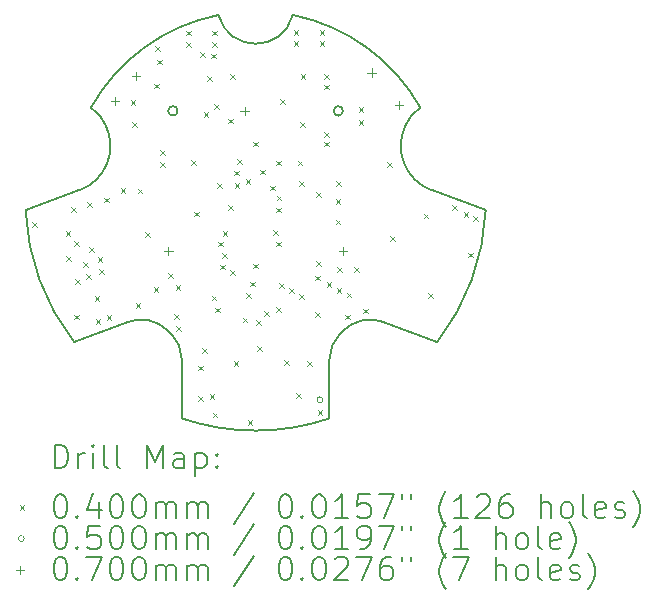
<source format=gbr>
%FSLAX45Y45*%
G04 Gerber Fmt 4.5, Leading zero omitted, Abs format (unit mm)*
G04 Created by KiCad (PCBNEW (6.0.5)) date 2022-06-17 18:07:54*
%MOMM*%
%LPD*%
G01*
G04 APERTURE LIST*
%TA.AperFunction,Profile*%
%ADD10C,0.200000*%
%TD*%
%ADD11C,0.200000*%
%ADD12C,0.040000*%
%ADD13C,0.050000*%
%ADD14C,0.070000*%
G04 APERTURE END LIST*
D10*
X14498380Y-11265866D02*
X14525548Y-11293034D01*
X14923736Y-8592046D02*
G75*
G03*
X13843687Y-9376749I314684J-1568754D01*
G01*
X14613416Y-12007924D02*
G75*
G03*
X15863416Y-12007924I625000J1847125D01*
G01*
X14578416Y-9404247D02*
G75*
G03*
X14578416Y-9404247I-40000J0D01*
G01*
X15978416Y-9404247D02*
G75*
G03*
X15978416Y-9404247I-40000J0D01*
G01*
X14923736Y-8592048D02*
G75*
G03*
X15553096Y-8592048I314680J81250D01*
G01*
X16320331Y-11190609D02*
X16777271Y-11358472D01*
X16506323Y-9529167D02*
G75*
G03*
X16729694Y-10076280I361307J-171643D01*
G01*
X16633148Y-9376747D02*
G75*
G03*
X15553096Y-8592048I-1394728J-784053D01*
G01*
X16633144Y-9376749D02*
G75*
G03*
X16506326Y-9529169I174516J-274171D01*
G01*
X13970505Y-9529169D02*
G75*
G03*
X13843687Y-9376749I-301335J-121751D01*
G01*
X17186634Y-10244143D02*
X16729694Y-10076280D01*
X15951285Y-11293035D02*
G75*
G03*
X15863416Y-11505166I212135J-212135D01*
G01*
X16320330Y-11190612D02*
G75*
G03*
X15978452Y-11265866I-112070J-305068D01*
G01*
X14613420Y-11505166D02*
G75*
G03*
X14525548Y-11293034I-300000J-4D01*
G01*
X15863416Y-12007924D02*
X15863416Y-11505166D01*
X14498380Y-11265865D02*
G75*
G03*
X14156500Y-11190609I-229811J-229815D01*
G01*
X13747138Y-10076280D02*
G75*
G03*
X13970506Y-9529169I-137932J375466D01*
G01*
X14613416Y-11505166D02*
X14613416Y-12007924D01*
X15951284Y-11293034D02*
X15978452Y-11265866D01*
X13290200Y-10244143D02*
G75*
G03*
X13699560Y-11358472I1948220J83343D01*
G01*
X13699560Y-11358472D02*
X14156500Y-11190609D01*
X13747138Y-10076280D02*
X13290198Y-10244143D01*
X16777272Y-11358472D02*
G75*
G03*
X17186634Y-10244143I-1538852J1197672D01*
G01*
D11*
D12*
X13349425Y-10343438D02*
X13389425Y-10383438D01*
X13389425Y-10343438D02*
X13349425Y-10383438D01*
X13630000Y-10420000D02*
X13670000Y-10460000D01*
X13670000Y-10420000D02*
X13630000Y-10460000D01*
X13635755Y-10635755D02*
X13675755Y-10675755D01*
X13675755Y-10635755D02*
X13635755Y-10675755D01*
X13673751Y-10216251D02*
X13713751Y-10256251D01*
X13713751Y-10216251D02*
X13673751Y-10256251D01*
X13699132Y-11128368D02*
X13739132Y-11168368D01*
X13739132Y-11128368D02*
X13699132Y-11168368D01*
X13705000Y-10505000D02*
X13745000Y-10545000D01*
X13745000Y-10505000D02*
X13705000Y-10545000D01*
X13711250Y-10828750D02*
X13751250Y-10868750D01*
X13751250Y-10828750D02*
X13711250Y-10868750D01*
X13776000Y-10684000D02*
X13816000Y-10724000D01*
X13816000Y-10684000D02*
X13776000Y-10724000D01*
X13804286Y-10785714D02*
X13844286Y-10825714D01*
X13844286Y-10785714D02*
X13804286Y-10825714D01*
X13811150Y-10176824D02*
X13851150Y-10216824D01*
X13851150Y-10176824D02*
X13811150Y-10216824D01*
X13830000Y-10560000D02*
X13870000Y-10600000D01*
X13870000Y-10560000D02*
X13830000Y-10600000D01*
X13875000Y-10970000D02*
X13915000Y-11010000D01*
X13915000Y-10970000D02*
X13875000Y-11010000D01*
X13883000Y-11170000D02*
X13923000Y-11210000D01*
X13923000Y-11170000D02*
X13883000Y-11210000D01*
X13900000Y-10645000D02*
X13940000Y-10685000D01*
X13940000Y-10645000D02*
X13900000Y-10685000D01*
X13915000Y-10745000D02*
X13955000Y-10785000D01*
X13955000Y-10745000D02*
X13915000Y-10785000D01*
X13955000Y-10137500D02*
X13995000Y-10177500D01*
X13995000Y-10137500D02*
X13955000Y-10177500D01*
X13977000Y-11133000D02*
X14017000Y-11173000D01*
X14017000Y-11133000D02*
X13977000Y-11173000D01*
X14095002Y-10060000D02*
X14135002Y-10100000D01*
X14135002Y-10060000D02*
X14095002Y-10100000D01*
X14180000Y-9315000D02*
X14220000Y-9355000D01*
X14220000Y-9315000D02*
X14180000Y-9355000D01*
X14194972Y-9497501D02*
X14234972Y-9537501D01*
X14234972Y-9497501D02*
X14194972Y-9537501D01*
X14223637Y-11033637D02*
X14263637Y-11073637D01*
X14263637Y-11033637D02*
X14223637Y-11073637D01*
X14239791Y-10062500D02*
X14279791Y-10102500D01*
X14279791Y-10062500D02*
X14239791Y-10102500D01*
X14301909Y-10429058D02*
X14341909Y-10469058D01*
X14341909Y-10429058D02*
X14301909Y-10469058D01*
X14375050Y-10899425D02*
X14415050Y-10939425D01*
X14415050Y-10899425D02*
X14375050Y-10939425D01*
X14380678Y-9174322D02*
X14420678Y-9214322D01*
X14420678Y-9174322D02*
X14380678Y-9214322D01*
X14390000Y-8858000D02*
X14430000Y-8898000D01*
X14430000Y-8858000D02*
X14390000Y-8898000D01*
X14405000Y-8970000D02*
X14445000Y-9010000D01*
X14445000Y-8970000D02*
X14405000Y-9010000D01*
X14427499Y-9840051D02*
X14467499Y-9880051D01*
X14467499Y-9840051D02*
X14427499Y-9880051D01*
X14427501Y-9737518D02*
X14467501Y-9777518D01*
X14467501Y-9737518D02*
X14427501Y-9777518D01*
X14496524Y-10778644D02*
X14536524Y-10818644D01*
X14536524Y-10778644D02*
X14496524Y-10818644D01*
X14550000Y-11127500D02*
X14590000Y-11167500D01*
X14590000Y-11127500D02*
X14550000Y-11167500D01*
X14562498Y-10880000D02*
X14602498Y-10920000D01*
X14602498Y-10880000D02*
X14562498Y-10920000D01*
X14562710Y-11226639D02*
X14602710Y-11266639D01*
X14602710Y-11226639D02*
X14562710Y-11266639D01*
X14652640Y-8724200D02*
X14692640Y-8764200D01*
X14692640Y-8724200D02*
X14652640Y-8764200D01*
X14652640Y-8819200D02*
X14692640Y-8859200D01*
X14692640Y-8819200D02*
X14652640Y-8859200D01*
X14691995Y-9824137D02*
X14731995Y-9864137D01*
X14731995Y-9824137D02*
X14691995Y-9864137D01*
X14720915Y-10258299D02*
X14760915Y-10298299D01*
X14760915Y-10258299D02*
X14720915Y-10298299D01*
X14751716Y-11820677D02*
X14791716Y-11860677D01*
X14791716Y-11820677D02*
X14751716Y-11860677D01*
X14752500Y-11561500D02*
X14792500Y-11601500D01*
X14792500Y-11561500D02*
X14752500Y-11601500D01*
X14765966Y-8907661D02*
X14805966Y-8947661D01*
X14805966Y-8907661D02*
X14765966Y-8947661D01*
X14786367Y-11413907D02*
X14826367Y-11453907D01*
X14826367Y-11413907D02*
X14786367Y-11453907D01*
X14798245Y-9414461D02*
X14838245Y-9454461D01*
X14838245Y-9414461D02*
X14798245Y-9454461D01*
X14828146Y-9110678D02*
X14868146Y-9150678D01*
X14868146Y-9110678D02*
X14828146Y-9150678D01*
X14850000Y-11802500D02*
X14890000Y-11842500D01*
X14890000Y-11802500D02*
X14850000Y-11842500D01*
X14860000Y-8920000D02*
X14900000Y-8960000D01*
X14900000Y-8920000D02*
X14860000Y-8960000D01*
X14866230Y-10968770D02*
X14906230Y-11008770D01*
X14906230Y-10968770D02*
X14866230Y-11008770D01*
X14872640Y-8724200D02*
X14912640Y-8764200D01*
X14912640Y-8724200D02*
X14872640Y-8764200D01*
X14872640Y-8819200D02*
X14912640Y-8859200D01*
X14912640Y-8819200D02*
X14872640Y-8859200D01*
X14875000Y-11960000D02*
X14915000Y-12000000D01*
X14915000Y-11960000D02*
X14875000Y-12000000D01*
X14890000Y-9350000D02*
X14930000Y-9390000D01*
X14930000Y-9350000D02*
X14890000Y-9390000D01*
X14897712Y-11069788D02*
X14937712Y-11109788D01*
X14937712Y-11069788D02*
X14897712Y-11109788D01*
X14912503Y-10015000D02*
X14952503Y-10055000D01*
X14952503Y-10015000D02*
X14912503Y-10055000D01*
X14920999Y-10512027D02*
X14960999Y-10552027D01*
X14960999Y-10512027D02*
X14920999Y-10552027D01*
X14936747Y-10704781D02*
X14976747Y-10744781D01*
X14976747Y-10704781D02*
X14936747Y-10744781D01*
X14954078Y-10606345D02*
X14994078Y-10646345D01*
X14994078Y-10606345D02*
X14954078Y-10646345D01*
X14960000Y-10420000D02*
X15000000Y-10460000D01*
X15000000Y-10420000D02*
X14960000Y-10460000D01*
X15004955Y-10201971D02*
X15044955Y-10241971D01*
X15044955Y-10201971D02*
X15004955Y-10241971D01*
X15007401Y-9469600D02*
X15047401Y-9509600D01*
X15047401Y-9469600D02*
X15007401Y-9509600D01*
X15019998Y-9090980D02*
X15059998Y-9130980D01*
X15059998Y-9090980D02*
X15019998Y-9130980D01*
X15024967Y-10751764D02*
X15064967Y-10791764D01*
X15064967Y-10751764D02*
X15024967Y-10791764D01*
X15052500Y-11525000D02*
X15092500Y-11565000D01*
X15092500Y-11525000D02*
X15052500Y-11565000D01*
X15058850Y-9910195D02*
X15098850Y-9950195D01*
X15098850Y-9910195D02*
X15058850Y-9950195D01*
X15059881Y-10016436D02*
X15099881Y-10056436D01*
X15099881Y-10016436D02*
X15059881Y-10056436D01*
X15080474Y-9812560D02*
X15120474Y-9852560D01*
X15120474Y-9812560D02*
X15080474Y-9852560D01*
X15127500Y-11154045D02*
X15167500Y-11194045D01*
X15167500Y-11154045D02*
X15127500Y-11194045D01*
X15153673Y-9981750D02*
X15193673Y-10021750D01*
X15193673Y-9981750D02*
X15153673Y-10021750D01*
X15160000Y-10950000D02*
X15200000Y-10990000D01*
X15200000Y-10950000D02*
X15160000Y-10990000D01*
X15171123Y-12020796D02*
X15211123Y-12060796D01*
X15211123Y-12020796D02*
X15171123Y-12060796D01*
X15190000Y-10850000D02*
X15230000Y-10890000D01*
X15230000Y-10850000D02*
X15190000Y-10890000D01*
X15220000Y-10697550D02*
X15260000Y-10737550D01*
X15260000Y-10697550D02*
X15220000Y-10737550D01*
X15220000Y-9665000D02*
X15260000Y-9705000D01*
X15260000Y-9665000D02*
X15220000Y-9705000D01*
X15244539Y-11175531D02*
X15284539Y-11215531D01*
X15284539Y-11175531D02*
X15244539Y-11215531D01*
X15253696Y-11392852D02*
X15293696Y-11432852D01*
X15293696Y-11392852D02*
X15253696Y-11432852D01*
X15274423Y-9901750D02*
X15314423Y-9941750D01*
X15314423Y-9901750D02*
X15274423Y-9941750D01*
X15310000Y-11100000D02*
X15350000Y-11140000D01*
X15350000Y-11100000D02*
X15310000Y-11140000D01*
X15362977Y-10037783D02*
X15402977Y-10077783D01*
X15402977Y-10037783D02*
X15362977Y-10077783D01*
X15388340Y-10412373D02*
X15428340Y-10452373D01*
X15428340Y-10412373D02*
X15388340Y-10452373D01*
X15410000Y-9825000D02*
X15450000Y-9865000D01*
X15450000Y-9825000D02*
X15410000Y-9865000D01*
X15410000Y-10510000D02*
X15450000Y-10550000D01*
X15450000Y-10510000D02*
X15410000Y-10550000D01*
X15412721Y-10222210D02*
X15452721Y-10262210D01*
X15452721Y-10222210D02*
X15412721Y-10262210D01*
X15415000Y-11065000D02*
X15455000Y-11105000D01*
X15455000Y-11065000D02*
X15415000Y-11105000D01*
X15416460Y-10122280D02*
X15456460Y-10162280D01*
X15456460Y-10122280D02*
X15416460Y-10162280D01*
X15440000Y-10864900D02*
X15480000Y-10904900D01*
X15480000Y-10864900D02*
X15440000Y-10904900D01*
X15445000Y-9305000D02*
X15485000Y-9345000D01*
X15485000Y-9305000D02*
X15445000Y-9345000D01*
X15479000Y-11515000D02*
X15519000Y-11555000D01*
X15519000Y-11515000D02*
X15479000Y-11555000D01*
X15525000Y-10905000D02*
X15565000Y-10945000D01*
X15565000Y-10905000D02*
X15525000Y-10945000D01*
X15560000Y-8720000D02*
X15600000Y-8760000D01*
X15600000Y-8720000D02*
X15560000Y-8760000D01*
X15560000Y-8815001D02*
X15600000Y-8855001D01*
X15600000Y-8815001D02*
X15560000Y-8855001D01*
X15581298Y-11793691D02*
X15621298Y-11833691D01*
X15621298Y-11793691D02*
X15581298Y-11833691D01*
X15595000Y-9825000D02*
X15635000Y-9865000D01*
X15635000Y-9825000D02*
X15595000Y-9865000D01*
X15605000Y-10000000D02*
X15645000Y-10040000D01*
X15645000Y-10000000D02*
X15605000Y-10040000D01*
X15610000Y-10955000D02*
X15650000Y-10995000D01*
X15650000Y-10955000D02*
X15610000Y-10995000D01*
X15618400Y-9500000D02*
X15658400Y-9540000D01*
X15658400Y-9500000D02*
X15618400Y-9540000D01*
X15620000Y-9090981D02*
X15660000Y-9130981D01*
X15660000Y-9090981D02*
X15620000Y-9130981D01*
X15672000Y-11520000D02*
X15712000Y-11560000D01*
X15712000Y-11520000D02*
X15672000Y-11560000D01*
X15740000Y-10800000D02*
X15780000Y-10840000D01*
X15780000Y-10800000D02*
X15740000Y-10840000D01*
X15745000Y-11110000D02*
X15785000Y-11150000D01*
X15785000Y-11110000D02*
X15745000Y-11150000D01*
X15750000Y-10677500D02*
X15790000Y-10717500D01*
X15790000Y-10677500D02*
X15750000Y-10717500D01*
X15750003Y-10095000D02*
X15790003Y-10135000D01*
X15790003Y-10095000D02*
X15750003Y-10135000D01*
X15763481Y-11940007D02*
X15803481Y-11980007D01*
X15803481Y-11940007D02*
X15763481Y-11980007D01*
X15780000Y-8720000D02*
X15820000Y-8760000D01*
X15820000Y-8720000D02*
X15780000Y-8760000D01*
X15780000Y-8815000D02*
X15820000Y-8855000D01*
X15820000Y-8815000D02*
X15780000Y-8855000D01*
X15818964Y-9181036D02*
X15858964Y-9221036D01*
X15858964Y-9181036D02*
X15818964Y-9221036D01*
X15818964Y-9581036D02*
X15858964Y-9621036D01*
X15858964Y-9581036D02*
X15818964Y-9621036D01*
X15819510Y-9665490D02*
X15859510Y-9705490D01*
X15859510Y-9665490D02*
X15819510Y-9705490D01*
X15820000Y-9090980D02*
X15860000Y-9130980D01*
X15860000Y-9090980D02*
X15820000Y-9130980D01*
X15840000Y-10855000D02*
X15880000Y-10895000D01*
X15880000Y-10855000D02*
X15840000Y-10895000D01*
X15915000Y-10150000D02*
X15955000Y-10190000D01*
X15955000Y-10150000D02*
X15915000Y-10190000D01*
X15915000Y-10325000D02*
X15955000Y-10365000D01*
X15955000Y-10325000D02*
X15915000Y-10365000D01*
X15920000Y-10000000D02*
X15960000Y-10040000D01*
X15960000Y-10000000D02*
X15920000Y-10040000D01*
X15925002Y-10905000D02*
X15965002Y-10945000D01*
X15965002Y-10905000D02*
X15925002Y-10945000D01*
X15930000Y-10730000D02*
X15970000Y-10770000D01*
X15970000Y-10730000D02*
X15930000Y-10770000D01*
X15997081Y-11130040D02*
X16037081Y-11170040D01*
X16037081Y-11130040D02*
X15997081Y-11170040D01*
X16010000Y-10942746D02*
X16050000Y-10982746D01*
X16050000Y-10942746D02*
X16010000Y-10982746D01*
X16074996Y-10729999D02*
X16114996Y-10769999D01*
X16114996Y-10729999D02*
X16074996Y-10769999D01*
X16110000Y-9370000D02*
X16150000Y-9410000D01*
X16150000Y-9370000D02*
X16110000Y-9410000D01*
X16110000Y-9480000D02*
X16150000Y-9520000D01*
X16150000Y-9480000D02*
X16110000Y-9520000D01*
X16147501Y-11077499D02*
X16187501Y-11117499D01*
X16187501Y-11077499D02*
X16147501Y-11117499D01*
X16355000Y-9835000D02*
X16395000Y-9875000D01*
X16395000Y-9835000D02*
X16355000Y-9875000D01*
X16375000Y-10465000D02*
X16415000Y-10505000D01*
X16415000Y-10465000D02*
X16375000Y-10505000D01*
X16660000Y-10275000D02*
X16700000Y-10315000D01*
X16700000Y-10275000D02*
X16660000Y-10315000D01*
X16700000Y-10950000D02*
X16740000Y-10990000D01*
X16740000Y-10950000D02*
X16700000Y-10990000D01*
X16905000Y-10200000D02*
X16945000Y-10240000D01*
X16945000Y-10200000D02*
X16905000Y-10240000D01*
X17000000Y-10260000D02*
X17040000Y-10300000D01*
X17040000Y-10260000D02*
X17000000Y-10300000D01*
X17040527Y-10603550D02*
X17080527Y-10643550D01*
X17080527Y-10603550D02*
X17040527Y-10643550D01*
X17079998Y-10295000D02*
X17119998Y-10335000D01*
X17119998Y-10295000D02*
X17079998Y-10335000D01*
D13*
X15808413Y-11850006D02*
G75*
G03*
X15808413Y-11850006I-25000J0D01*
G01*
D14*
X14045000Y-9287500D02*
X14045000Y-9357500D01*
X14010000Y-9322500D02*
X14080000Y-9322500D01*
X14225000Y-9075000D02*
X14225000Y-9145000D01*
X14190000Y-9110000D02*
X14260000Y-9110000D01*
X14500000Y-10557500D02*
X14500000Y-10627500D01*
X14465000Y-10592500D02*
X14535000Y-10592500D01*
X15145000Y-9370000D02*
X15145000Y-9440000D01*
X15110000Y-9405000D02*
X15180000Y-9405000D01*
X15980000Y-10552500D02*
X15980000Y-10622500D01*
X15945000Y-10587500D02*
X16015000Y-10587500D01*
X16220000Y-9045000D02*
X16220000Y-9115000D01*
X16185000Y-9080000D02*
X16255000Y-9080000D01*
X16455000Y-9317500D02*
X16455000Y-9387500D01*
X16420000Y-9352500D02*
X16490000Y-9352500D01*
D11*
X13537817Y-12431274D02*
X13537817Y-12231274D01*
X13585436Y-12231274D01*
X13614007Y-12240798D01*
X13633055Y-12259845D01*
X13642579Y-12278893D01*
X13652103Y-12316988D01*
X13652103Y-12345559D01*
X13642579Y-12383655D01*
X13633055Y-12402702D01*
X13614007Y-12421750D01*
X13585436Y-12431274D01*
X13537817Y-12431274D01*
X13737817Y-12431274D02*
X13737817Y-12297940D01*
X13737817Y-12336036D02*
X13747341Y-12316988D01*
X13756864Y-12307464D01*
X13775912Y-12297940D01*
X13794960Y-12297940D01*
X13861626Y-12431274D02*
X13861626Y-12297940D01*
X13861626Y-12231274D02*
X13852103Y-12240798D01*
X13861626Y-12250321D01*
X13871150Y-12240798D01*
X13861626Y-12231274D01*
X13861626Y-12250321D01*
X13985436Y-12431274D02*
X13966388Y-12421750D01*
X13956864Y-12402702D01*
X13956864Y-12231274D01*
X14090198Y-12431274D02*
X14071150Y-12421750D01*
X14061626Y-12402702D01*
X14061626Y-12231274D01*
X14318769Y-12431274D02*
X14318769Y-12231274D01*
X14385436Y-12374131D01*
X14452103Y-12231274D01*
X14452103Y-12431274D01*
X14633055Y-12431274D02*
X14633055Y-12326512D01*
X14623531Y-12307464D01*
X14604484Y-12297940D01*
X14566388Y-12297940D01*
X14547341Y-12307464D01*
X14633055Y-12421750D02*
X14614007Y-12431274D01*
X14566388Y-12431274D01*
X14547341Y-12421750D01*
X14537817Y-12402702D01*
X14537817Y-12383655D01*
X14547341Y-12364607D01*
X14566388Y-12355083D01*
X14614007Y-12355083D01*
X14633055Y-12345559D01*
X14728293Y-12297940D02*
X14728293Y-12497940D01*
X14728293Y-12307464D02*
X14747341Y-12297940D01*
X14785436Y-12297940D01*
X14804484Y-12307464D01*
X14814007Y-12316988D01*
X14823531Y-12336036D01*
X14823531Y-12393178D01*
X14814007Y-12412226D01*
X14804484Y-12421750D01*
X14785436Y-12431274D01*
X14747341Y-12431274D01*
X14728293Y-12421750D01*
X14909245Y-12412226D02*
X14918769Y-12421750D01*
X14909245Y-12431274D01*
X14899722Y-12421750D01*
X14909245Y-12412226D01*
X14909245Y-12431274D01*
X14909245Y-12307464D02*
X14918769Y-12316988D01*
X14909245Y-12326512D01*
X14899722Y-12316988D01*
X14909245Y-12307464D01*
X14909245Y-12326512D01*
D12*
X13240198Y-12740798D02*
X13280198Y-12780798D01*
X13280198Y-12740798D02*
X13240198Y-12780798D01*
D11*
X13575912Y-12651274D02*
X13594960Y-12651274D01*
X13614007Y-12660798D01*
X13623531Y-12670321D01*
X13633055Y-12689369D01*
X13642579Y-12727464D01*
X13642579Y-12775083D01*
X13633055Y-12813178D01*
X13623531Y-12832226D01*
X13614007Y-12841750D01*
X13594960Y-12851274D01*
X13575912Y-12851274D01*
X13556864Y-12841750D01*
X13547341Y-12832226D01*
X13537817Y-12813178D01*
X13528293Y-12775083D01*
X13528293Y-12727464D01*
X13537817Y-12689369D01*
X13547341Y-12670321D01*
X13556864Y-12660798D01*
X13575912Y-12651274D01*
X13728293Y-12832226D02*
X13737817Y-12841750D01*
X13728293Y-12851274D01*
X13718769Y-12841750D01*
X13728293Y-12832226D01*
X13728293Y-12851274D01*
X13909245Y-12717940D02*
X13909245Y-12851274D01*
X13861626Y-12641750D02*
X13814007Y-12784607D01*
X13937817Y-12784607D01*
X14052103Y-12651274D02*
X14071150Y-12651274D01*
X14090198Y-12660798D01*
X14099722Y-12670321D01*
X14109245Y-12689369D01*
X14118769Y-12727464D01*
X14118769Y-12775083D01*
X14109245Y-12813178D01*
X14099722Y-12832226D01*
X14090198Y-12841750D01*
X14071150Y-12851274D01*
X14052103Y-12851274D01*
X14033055Y-12841750D01*
X14023531Y-12832226D01*
X14014007Y-12813178D01*
X14004484Y-12775083D01*
X14004484Y-12727464D01*
X14014007Y-12689369D01*
X14023531Y-12670321D01*
X14033055Y-12660798D01*
X14052103Y-12651274D01*
X14242579Y-12651274D02*
X14261626Y-12651274D01*
X14280674Y-12660798D01*
X14290198Y-12670321D01*
X14299722Y-12689369D01*
X14309245Y-12727464D01*
X14309245Y-12775083D01*
X14299722Y-12813178D01*
X14290198Y-12832226D01*
X14280674Y-12841750D01*
X14261626Y-12851274D01*
X14242579Y-12851274D01*
X14223531Y-12841750D01*
X14214007Y-12832226D01*
X14204484Y-12813178D01*
X14194960Y-12775083D01*
X14194960Y-12727464D01*
X14204484Y-12689369D01*
X14214007Y-12670321D01*
X14223531Y-12660798D01*
X14242579Y-12651274D01*
X14394960Y-12851274D02*
X14394960Y-12717940D01*
X14394960Y-12736988D02*
X14404484Y-12727464D01*
X14423531Y-12717940D01*
X14452103Y-12717940D01*
X14471150Y-12727464D01*
X14480674Y-12746512D01*
X14480674Y-12851274D01*
X14480674Y-12746512D02*
X14490198Y-12727464D01*
X14509245Y-12717940D01*
X14537817Y-12717940D01*
X14556864Y-12727464D01*
X14566388Y-12746512D01*
X14566388Y-12851274D01*
X14661626Y-12851274D02*
X14661626Y-12717940D01*
X14661626Y-12736988D02*
X14671150Y-12727464D01*
X14690198Y-12717940D01*
X14718769Y-12717940D01*
X14737817Y-12727464D01*
X14747341Y-12746512D01*
X14747341Y-12851274D01*
X14747341Y-12746512D02*
X14756864Y-12727464D01*
X14775912Y-12717940D01*
X14804484Y-12717940D01*
X14823531Y-12727464D01*
X14833055Y-12746512D01*
X14833055Y-12851274D01*
X15223531Y-12641750D02*
X15052103Y-12898893D01*
X15480674Y-12651274D02*
X15499722Y-12651274D01*
X15518769Y-12660798D01*
X15528293Y-12670321D01*
X15537817Y-12689369D01*
X15547341Y-12727464D01*
X15547341Y-12775083D01*
X15537817Y-12813178D01*
X15528293Y-12832226D01*
X15518769Y-12841750D01*
X15499722Y-12851274D01*
X15480674Y-12851274D01*
X15461626Y-12841750D01*
X15452103Y-12832226D01*
X15442579Y-12813178D01*
X15433055Y-12775083D01*
X15433055Y-12727464D01*
X15442579Y-12689369D01*
X15452103Y-12670321D01*
X15461626Y-12660798D01*
X15480674Y-12651274D01*
X15633055Y-12832226D02*
X15642579Y-12841750D01*
X15633055Y-12851274D01*
X15623531Y-12841750D01*
X15633055Y-12832226D01*
X15633055Y-12851274D01*
X15766388Y-12651274D02*
X15785436Y-12651274D01*
X15804484Y-12660798D01*
X15814007Y-12670321D01*
X15823531Y-12689369D01*
X15833055Y-12727464D01*
X15833055Y-12775083D01*
X15823531Y-12813178D01*
X15814007Y-12832226D01*
X15804484Y-12841750D01*
X15785436Y-12851274D01*
X15766388Y-12851274D01*
X15747341Y-12841750D01*
X15737817Y-12832226D01*
X15728293Y-12813178D01*
X15718769Y-12775083D01*
X15718769Y-12727464D01*
X15728293Y-12689369D01*
X15737817Y-12670321D01*
X15747341Y-12660798D01*
X15766388Y-12651274D01*
X16023531Y-12851274D02*
X15909245Y-12851274D01*
X15966388Y-12851274D02*
X15966388Y-12651274D01*
X15947341Y-12679845D01*
X15928293Y-12698893D01*
X15909245Y-12708417D01*
X16204484Y-12651274D02*
X16109245Y-12651274D01*
X16099722Y-12746512D01*
X16109245Y-12736988D01*
X16128293Y-12727464D01*
X16175912Y-12727464D01*
X16194960Y-12736988D01*
X16204484Y-12746512D01*
X16214007Y-12765559D01*
X16214007Y-12813178D01*
X16204484Y-12832226D01*
X16194960Y-12841750D01*
X16175912Y-12851274D01*
X16128293Y-12851274D01*
X16109245Y-12841750D01*
X16099722Y-12832226D01*
X16280674Y-12651274D02*
X16414007Y-12651274D01*
X16328293Y-12851274D01*
X16480674Y-12651274D02*
X16480674Y-12689369D01*
X16556864Y-12651274D02*
X16556864Y-12689369D01*
X16852103Y-12927464D02*
X16842579Y-12917940D01*
X16823531Y-12889369D01*
X16814007Y-12870321D01*
X16804484Y-12841750D01*
X16794960Y-12794131D01*
X16794960Y-12756036D01*
X16804484Y-12708417D01*
X16814007Y-12679845D01*
X16823531Y-12660798D01*
X16842579Y-12632226D01*
X16852103Y-12622702D01*
X17033055Y-12851274D02*
X16918769Y-12851274D01*
X16975912Y-12851274D02*
X16975912Y-12651274D01*
X16956865Y-12679845D01*
X16937817Y-12698893D01*
X16918769Y-12708417D01*
X17109246Y-12670321D02*
X17118769Y-12660798D01*
X17137817Y-12651274D01*
X17185436Y-12651274D01*
X17204484Y-12660798D01*
X17214007Y-12670321D01*
X17223531Y-12689369D01*
X17223531Y-12708417D01*
X17214007Y-12736988D01*
X17099722Y-12851274D01*
X17223531Y-12851274D01*
X17394960Y-12651274D02*
X17356865Y-12651274D01*
X17337817Y-12660798D01*
X17328293Y-12670321D01*
X17309246Y-12698893D01*
X17299722Y-12736988D01*
X17299722Y-12813178D01*
X17309246Y-12832226D01*
X17318769Y-12841750D01*
X17337817Y-12851274D01*
X17375912Y-12851274D01*
X17394960Y-12841750D01*
X17404484Y-12832226D01*
X17414007Y-12813178D01*
X17414007Y-12765559D01*
X17404484Y-12746512D01*
X17394960Y-12736988D01*
X17375912Y-12727464D01*
X17337817Y-12727464D01*
X17318769Y-12736988D01*
X17309246Y-12746512D01*
X17299722Y-12765559D01*
X17652103Y-12851274D02*
X17652103Y-12651274D01*
X17737817Y-12851274D02*
X17737817Y-12746512D01*
X17728293Y-12727464D01*
X17709246Y-12717940D01*
X17680674Y-12717940D01*
X17661626Y-12727464D01*
X17652103Y-12736988D01*
X17861626Y-12851274D02*
X17842579Y-12841750D01*
X17833055Y-12832226D01*
X17823531Y-12813178D01*
X17823531Y-12756036D01*
X17833055Y-12736988D01*
X17842579Y-12727464D01*
X17861626Y-12717940D01*
X17890198Y-12717940D01*
X17909246Y-12727464D01*
X17918769Y-12736988D01*
X17928293Y-12756036D01*
X17928293Y-12813178D01*
X17918769Y-12832226D01*
X17909246Y-12841750D01*
X17890198Y-12851274D01*
X17861626Y-12851274D01*
X18042579Y-12851274D02*
X18023531Y-12841750D01*
X18014007Y-12822702D01*
X18014007Y-12651274D01*
X18194960Y-12841750D02*
X18175912Y-12851274D01*
X18137817Y-12851274D01*
X18118769Y-12841750D01*
X18109246Y-12822702D01*
X18109246Y-12746512D01*
X18118769Y-12727464D01*
X18137817Y-12717940D01*
X18175912Y-12717940D01*
X18194960Y-12727464D01*
X18204484Y-12746512D01*
X18204484Y-12765559D01*
X18109246Y-12784607D01*
X18280674Y-12841750D02*
X18299722Y-12851274D01*
X18337817Y-12851274D01*
X18356865Y-12841750D01*
X18366388Y-12822702D01*
X18366388Y-12813178D01*
X18356865Y-12794131D01*
X18337817Y-12784607D01*
X18309246Y-12784607D01*
X18290198Y-12775083D01*
X18280674Y-12756036D01*
X18280674Y-12746512D01*
X18290198Y-12727464D01*
X18309246Y-12717940D01*
X18337817Y-12717940D01*
X18356865Y-12727464D01*
X18433055Y-12927464D02*
X18442579Y-12917940D01*
X18461626Y-12889369D01*
X18471150Y-12870321D01*
X18480674Y-12841750D01*
X18490198Y-12794131D01*
X18490198Y-12756036D01*
X18480674Y-12708417D01*
X18471150Y-12679845D01*
X18461626Y-12660798D01*
X18442579Y-12632226D01*
X18433055Y-12622702D01*
D13*
X13280198Y-13024798D02*
G75*
G03*
X13280198Y-13024798I-25000J0D01*
G01*
D11*
X13575912Y-12915274D02*
X13594960Y-12915274D01*
X13614007Y-12924798D01*
X13623531Y-12934321D01*
X13633055Y-12953369D01*
X13642579Y-12991464D01*
X13642579Y-13039083D01*
X13633055Y-13077178D01*
X13623531Y-13096226D01*
X13614007Y-13105750D01*
X13594960Y-13115274D01*
X13575912Y-13115274D01*
X13556864Y-13105750D01*
X13547341Y-13096226D01*
X13537817Y-13077178D01*
X13528293Y-13039083D01*
X13528293Y-12991464D01*
X13537817Y-12953369D01*
X13547341Y-12934321D01*
X13556864Y-12924798D01*
X13575912Y-12915274D01*
X13728293Y-13096226D02*
X13737817Y-13105750D01*
X13728293Y-13115274D01*
X13718769Y-13105750D01*
X13728293Y-13096226D01*
X13728293Y-13115274D01*
X13918769Y-12915274D02*
X13823531Y-12915274D01*
X13814007Y-13010512D01*
X13823531Y-13000988D01*
X13842579Y-12991464D01*
X13890198Y-12991464D01*
X13909245Y-13000988D01*
X13918769Y-13010512D01*
X13928293Y-13029559D01*
X13928293Y-13077178D01*
X13918769Y-13096226D01*
X13909245Y-13105750D01*
X13890198Y-13115274D01*
X13842579Y-13115274D01*
X13823531Y-13105750D01*
X13814007Y-13096226D01*
X14052103Y-12915274D02*
X14071150Y-12915274D01*
X14090198Y-12924798D01*
X14099722Y-12934321D01*
X14109245Y-12953369D01*
X14118769Y-12991464D01*
X14118769Y-13039083D01*
X14109245Y-13077178D01*
X14099722Y-13096226D01*
X14090198Y-13105750D01*
X14071150Y-13115274D01*
X14052103Y-13115274D01*
X14033055Y-13105750D01*
X14023531Y-13096226D01*
X14014007Y-13077178D01*
X14004484Y-13039083D01*
X14004484Y-12991464D01*
X14014007Y-12953369D01*
X14023531Y-12934321D01*
X14033055Y-12924798D01*
X14052103Y-12915274D01*
X14242579Y-12915274D02*
X14261626Y-12915274D01*
X14280674Y-12924798D01*
X14290198Y-12934321D01*
X14299722Y-12953369D01*
X14309245Y-12991464D01*
X14309245Y-13039083D01*
X14299722Y-13077178D01*
X14290198Y-13096226D01*
X14280674Y-13105750D01*
X14261626Y-13115274D01*
X14242579Y-13115274D01*
X14223531Y-13105750D01*
X14214007Y-13096226D01*
X14204484Y-13077178D01*
X14194960Y-13039083D01*
X14194960Y-12991464D01*
X14204484Y-12953369D01*
X14214007Y-12934321D01*
X14223531Y-12924798D01*
X14242579Y-12915274D01*
X14394960Y-13115274D02*
X14394960Y-12981940D01*
X14394960Y-13000988D02*
X14404484Y-12991464D01*
X14423531Y-12981940D01*
X14452103Y-12981940D01*
X14471150Y-12991464D01*
X14480674Y-13010512D01*
X14480674Y-13115274D01*
X14480674Y-13010512D02*
X14490198Y-12991464D01*
X14509245Y-12981940D01*
X14537817Y-12981940D01*
X14556864Y-12991464D01*
X14566388Y-13010512D01*
X14566388Y-13115274D01*
X14661626Y-13115274D02*
X14661626Y-12981940D01*
X14661626Y-13000988D02*
X14671150Y-12991464D01*
X14690198Y-12981940D01*
X14718769Y-12981940D01*
X14737817Y-12991464D01*
X14747341Y-13010512D01*
X14747341Y-13115274D01*
X14747341Y-13010512D02*
X14756864Y-12991464D01*
X14775912Y-12981940D01*
X14804484Y-12981940D01*
X14823531Y-12991464D01*
X14833055Y-13010512D01*
X14833055Y-13115274D01*
X15223531Y-12905750D02*
X15052103Y-13162893D01*
X15480674Y-12915274D02*
X15499722Y-12915274D01*
X15518769Y-12924798D01*
X15528293Y-12934321D01*
X15537817Y-12953369D01*
X15547341Y-12991464D01*
X15547341Y-13039083D01*
X15537817Y-13077178D01*
X15528293Y-13096226D01*
X15518769Y-13105750D01*
X15499722Y-13115274D01*
X15480674Y-13115274D01*
X15461626Y-13105750D01*
X15452103Y-13096226D01*
X15442579Y-13077178D01*
X15433055Y-13039083D01*
X15433055Y-12991464D01*
X15442579Y-12953369D01*
X15452103Y-12934321D01*
X15461626Y-12924798D01*
X15480674Y-12915274D01*
X15633055Y-13096226D02*
X15642579Y-13105750D01*
X15633055Y-13115274D01*
X15623531Y-13105750D01*
X15633055Y-13096226D01*
X15633055Y-13115274D01*
X15766388Y-12915274D02*
X15785436Y-12915274D01*
X15804484Y-12924798D01*
X15814007Y-12934321D01*
X15823531Y-12953369D01*
X15833055Y-12991464D01*
X15833055Y-13039083D01*
X15823531Y-13077178D01*
X15814007Y-13096226D01*
X15804484Y-13105750D01*
X15785436Y-13115274D01*
X15766388Y-13115274D01*
X15747341Y-13105750D01*
X15737817Y-13096226D01*
X15728293Y-13077178D01*
X15718769Y-13039083D01*
X15718769Y-12991464D01*
X15728293Y-12953369D01*
X15737817Y-12934321D01*
X15747341Y-12924798D01*
X15766388Y-12915274D01*
X16023531Y-13115274D02*
X15909245Y-13115274D01*
X15966388Y-13115274D02*
X15966388Y-12915274D01*
X15947341Y-12943845D01*
X15928293Y-12962893D01*
X15909245Y-12972417D01*
X16118769Y-13115274D02*
X16156864Y-13115274D01*
X16175912Y-13105750D01*
X16185436Y-13096226D01*
X16204484Y-13067655D01*
X16214007Y-13029559D01*
X16214007Y-12953369D01*
X16204484Y-12934321D01*
X16194960Y-12924798D01*
X16175912Y-12915274D01*
X16137817Y-12915274D01*
X16118769Y-12924798D01*
X16109245Y-12934321D01*
X16099722Y-12953369D01*
X16099722Y-13000988D01*
X16109245Y-13020036D01*
X16118769Y-13029559D01*
X16137817Y-13039083D01*
X16175912Y-13039083D01*
X16194960Y-13029559D01*
X16204484Y-13020036D01*
X16214007Y-13000988D01*
X16280674Y-12915274D02*
X16414007Y-12915274D01*
X16328293Y-13115274D01*
X16480674Y-12915274D02*
X16480674Y-12953369D01*
X16556864Y-12915274D02*
X16556864Y-12953369D01*
X16852103Y-13191464D02*
X16842579Y-13181940D01*
X16823531Y-13153369D01*
X16814007Y-13134321D01*
X16804484Y-13105750D01*
X16794960Y-13058131D01*
X16794960Y-13020036D01*
X16804484Y-12972417D01*
X16814007Y-12943845D01*
X16823531Y-12924798D01*
X16842579Y-12896226D01*
X16852103Y-12886702D01*
X17033055Y-13115274D02*
X16918769Y-13115274D01*
X16975912Y-13115274D02*
X16975912Y-12915274D01*
X16956865Y-12943845D01*
X16937817Y-12962893D01*
X16918769Y-12972417D01*
X17271150Y-13115274D02*
X17271150Y-12915274D01*
X17356865Y-13115274D02*
X17356865Y-13010512D01*
X17347341Y-12991464D01*
X17328293Y-12981940D01*
X17299722Y-12981940D01*
X17280674Y-12991464D01*
X17271150Y-13000988D01*
X17480674Y-13115274D02*
X17461626Y-13105750D01*
X17452103Y-13096226D01*
X17442579Y-13077178D01*
X17442579Y-13020036D01*
X17452103Y-13000988D01*
X17461626Y-12991464D01*
X17480674Y-12981940D01*
X17509246Y-12981940D01*
X17528293Y-12991464D01*
X17537817Y-13000988D01*
X17547341Y-13020036D01*
X17547341Y-13077178D01*
X17537817Y-13096226D01*
X17528293Y-13105750D01*
X17509246Y-13115274D01*
X17480674Y-13115274D01*
X17661626Y-13115274D02*
X17642579Y-13105750D01*
X17633055Y-13086702D01*
X17633055Y-12915274D01*
X17814007Y-13105750D02*
X17794960Y-13115274D01*
X17756865Y-13115274D01*
X17737817Y-13105750D01*
X17728293Y-13086702D01*
X17728293Y-13010512D01*
X17737817Y-12991464D01*
X17756865Y-12981940D01*
X17794960Y-12981940D01*
X17814007Y-12991464D01*
X17823531Y-13010512D01*
X17823531Y-13029559D01*
X17728293Y-13048607D01*
X17890198Y-13191464D02*
X17899722Y-13181940D01*
X17918769Y-13153369D01*
X17928293Y-13134321D01*
X17937817Y-13105750D01*
X17947341Y-13058131D01*
X17947341Y-13020036D01*
X17937817Y-12972417D01*
X17928293Y-12943845D01*
X17918769Y-12924798D01*
X17899722Y-12896226D01*
X17890198Y-12886702D01*
D14*
X13245198Y-13253798D02*
X13245198Y-13323798D01*
X13210198Y-13288798D02*
X13280198Y-13288798D01*
D11*
X13575912Y-13179274D02*
X13594960Y-13179274D01*
X13614007Y-13188798D01*
X13623531Y-13198321D01*
X13633055Y-13217369D01*
X13642579Y-13255464D01*
X13642579Y-13303083D01*
X13633055Y-13341178D01*
X13623531Y-13360226D01*
X13614007Y-13369750D01*
X13594960Y-13379274D01*
X13575912Y-13379274D01*
X13556864Y-13369750D01*
X13547341Y-13360226D01*
X13537817Y-13341178D01*
X13528293Y-13303083D01*
X13528293Y-13255464D01*
X13537817Y-13217369D01*
X13547341Y-13198321D01*
X13556864Y-13188798D01*
X13575912Y-13179274D01*
X13728293Y-13360226D02*
X13737817Y-13369750D01*
X13728293Y-13379274D01*
X13718769Y-13369750D01*
X13728293Y-13360226D01*
X13728293Y-13379274D01*
X13804484Y-13179274D02*
X13937817Y-13179274D01*
X13852103Y-13379274D01*
X14052103Y-13179274D02*
X14071150Y-13179274D01*
X14090198Y-13188798D01*
X14099722Y-13198321D01*
X14109245Y-13217369D01*
X14118769Y-13255464D01*
X14118769Y-13303083D01*
X14109245Y-13341178D01*
X14099722Y-13360226D01*
X14090198Y-13369750D01*
X14071150Y-13379274D01*
X14052103Y-13379274D01*
X14033055Y-13369750D01*
X14023531Y-13360226D01*
X14014007Y-13341178D01*
X14004484Y-13303083D01*
X14004484Y-13255464D01*
X14014007Y-13217369D01*
X14023531Y-13198321D01*
X14033055Y-13188798D01*
X14052103Y-13179274D01*
X14242579Y-13179274D02*
X14261626Y-13179274D01*
X14280674Y-13188798D01*
X14290198Y-13198321D01*
X14299722Y-13217369D01*
X14309245Y-13255464D01*
X14309245Y-13303083D01*
X14299722Y-13341178D01*
X14290198Y-13360226D01*
X14280674Y-13369750D01*
X14261626Y-13379274D01*
X14242579Y-13379274D01*
X14223531Y-13369750D01*
X14214007Y-13360226D01*
X14204484Y-13341178D01*
X14194960Y-13303083D01*
X14194960Y-13255464D01*
X14204484Y-13217369D01*
X14214007Y-13198321D01*
X14223531Y-13188798D01*
X14242579Y-13179274D01*
X14394960Y-13379274D02*
X14394960Y-13245940D01*
X14394960Y-13264988D02*
X14404484Y-13255464D01*
X14423531Y-13245940D01*
X14452103Y-13245940D01*
X14471150Y-13255464D01*
X14480674Y-13274512D01*
X14480674Y-13379274D01*
X14480674Y-13274512D02*
X14490198Y-13255464D01*
X14509245Y-13245940D01*
X14537817Y-13245940D01*
X14556864Y-13255464D01*
X14566388Y-13274512D01*
X14566388Y-13379274D01*
X14661626Y-13379274D02*
X14661626Y-13245940D01*
X14661626Y-13264988D02*
X14671150Y-13255464D01*
X14690198Y-13245940D01*
X14718769Y-13245940D01*
X14737817Y-13255464D01*
X14747341Y-13274512D01*
X14747341Y-13379274D01*
X14747341Y-13274512D02*
X14756864Y-13255464D01*
X14775912Y-13245940D01*
X14804484Y-13245940D01*
X14823531Y-13255464D01*
X14833055Y-13274512D01*
X14833055Y-13379274D01*
X15223531Y-13169750D02*
X15052103Y-13426893D01*
X15480674Y-13179274D02*
X15499722Y-13179274D01*
X15518769Y-13188798D01*
X15528293Y-13198321D01*
X15537817Y-13217369D01*
X15547341Y-13255464D01*
X15547341Y-13303083D01*
X15537817Y-13341178D01*
X15528293Y-13360226D01*
X15518769Y-13369750D01*
X15499722Y-13379274D01*
X15480674Y-13379274D01*
X15461626Y-13369750D01*
X15452103Y-13360226D01*
X15442579Y-13341178D01*
X15433055Y-13303083D01*
X15433055Y-13255464D01*
X15442579Y-13217369D01*
X15452103Y-13198321D01*
X15461626Y-13188798D01*
X15480674Y-13179274D01*
X15633055Y-13360226D02*
X15642579Y-13369750D01*
X15633055Y-13379274D01*
X15623531Y-13369750D01*
X15633055Y-13360226D01*
X15633055Y-13379274D01*
X15766388Y-13179274D02*
X15785436Y-13179274D01*
X15804484Y-13188798D01*
X15814007Y-13198321D01*
X15823531Y-13217369D01*
X15833055Y-13255464D01*
X15833055Y-13303083D01*
X15823531Y-13341178D01*
X15814007Y-13360226D01*
X15804484Y-13369750D01*
X15785436Y-13379274D01*
X15766388Y-13379274D01*
X15747341Y-13369750D01*
X15737817Y-13360226D01*
X15728293Y-13341178D01*
X15718769Y-13303083D01*
X15718769Y-13255464D01*
X15728293Y-13217369D01*
X15737817Y-13198321D01*
X15747341Y-13188798D01*
X15766388Y-13179274D01*
X15909245Y-13198321D02*
X15918769Y-13188798D01*
X15937817Y-13179274D01*
X15985436Y-13179274D01*
X16004484Y-13188798D01*
X16014007Y-13198321D01*
X16023531Y-13217369D01*
X16023531Y-13236417D01*
X16014007Y-13264988D01*
X15899722Y-13379274D01*
X16023531Y-13379274D01*
X16090198Y-13179274D02*
X16223531Y-13179274D01*
X16137817Y-13379274D01*
X16385436Y-13179274D02*
X16347341Y-13179274D01*
X16328293Y-13188798D01*
X16318769Y-13198321D01*
X16299722Y-13226893D01*
X16290198Y-13264988D01*
X16290198Y-13341178D01*
X16299722Y-13360226D01*
X16309245Y-13369750D01*
X16328293Y-13379274D01*
X16366388Y-13379274D01*
X16385436Y-13369750D01*
X16394960Y-13360226D01*
X16404484Y-13341178D01*
X16404484Y-13293559D01*
X16394960Y-13274512D01*
X16385436Y-13264988D01*
X16366388Y-13255464D01*
X16328293Y-13255464D01*
X16309245Y-13264988D01*
X16299722Y-13274512D01*
X16290198Y-13293559D01*
X16480674Y-13179274D02*
X16480674Y-13217369D01*
X16556864Y-13179274D02*
X16556864Y-13217369D01*
X16852103Y-13455464D02*
X16842579Y-13445940D01*
X16823531Y-13417369D01*
X16814007Y-13398321D01*
X16804484Y-13369750D01*
X16794960Y-13322131D01*
X16794960Y-13284036D01*
X16804484Y-13236417D01*
X16814007Y-13207845D01*
X16823531Y-13188798D01*
X16842579Y-13160226D01*
X16852103Y-13150702D01*
X16909246Y-13179274D02*
X17042579Y-13179274D01*
X16956865Y-13379274D01*
X17271150Y-13379274D02*
X17271150Y-13179274D01*
X17356865Y-13379274D02*
X17356865Y-13274512D01*
X17347341Y-13255464D01*
X17328293Y-13245940D01*
X17299722Y-13245940D01*
X17280674Y-13255464D01*
X17271150Y-13264988D01*
X17480674Y-13379274D02*
X17461626Y-13369750D01*
X17452103Y-13360226D01*
X17442579Y-13341178D01*
X17442579Y-13284036D01*
X17452103Y-13264988D01*
X17461626Y-13255464D01*
X17480674Y-13245940D01*
X17509246Y-13245940D01*
X17528293Y-13255464D01*
X17537817Y-13264988D01*
X17547341Y-13284036D01*
X17547341Y-13341178D01*
X17537817Y-13360226D01*
X17528293Y-13369750D01*
X17509246Y-13379274D01*
X17480674Y-13379274D01*
X17661626Y-13379274D02*
X17642579Y-13369750D01*
X17633055Y-13350702D01*
X17633055Y-13179274D01*
X17814007Y-13369750D02*
X17794960Y-13379274D01*
X17756865Y-13379274D01*
X17737817Y-13369750D01*
X17728293Y-13350702D01*
X17728293Y-13274512D01*
X17737817Y-13255464D01*
X17756865Y-13245940D01*
X17794960Y-13245940D01*
X17814007Y-13255464D01*
X17823531Y-13274512D01*
X17823531Y-13293559D01*
X17728293Y-13312607D01*
X17899722Y-13369750D02*
X17918769Y-13379274D01*
X17956865Y-13379274D01*
X17975912Y-13369750D01*
X17985436Y-13350702D01*
X17985436Y-13341178D01*
X17975912Y-13322131D01*
X17956865Y-13312607D01*
X17928293Y-13312607D01*
X17909246Y-13303083D01*
X17899722Y-13284036D01*
X17899722Y-13274512D01*
X17909246Y-13255464D01*
X17928293Y-13245940D01*
X17956865Y-13245940D01*
X17975912Y-13255464D01*
X18052103Y-13455464D02*
X18061626Y-13445940D01*
X18080674Y-13417369D01*
X18090198Y-13398321D01*
X18099722Y-13369750D01*
X18109246Y-13322131D01*
X18109246Y-13284036D01*
X18099722Y-13236417D01*
X18090198Y-13207845D01*
X18080674Y-13188798D01*
X18061626Y-13160226D01*
X18052103Y-13150702D01*
M02*

</source>
